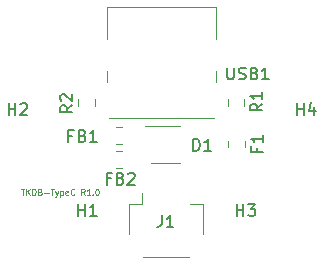
<source format=gbr>
G04 #@! TF.GenerationSoftware,KiCad,Pcbnew,(5.1.4)-1*
G04 #@! TF.CreationDate,2021-01-29T12:05:25-05:00*
G04 #@! TF.ProjectId,TKD_DBTypeC_r1,544b445f-4442-4547-9970-65435f72312e,rev?*
G04 #@! TF.SameCoordinates,Original*
G04 #@! TF.FileFunction,Legend,Top*
G04 #@! TF.FilePolarity,Positive*
%FSLAX46Y46*%
G04 Gerber Fmt 4.6, Leading zero omitted, Abs format (unit mm)*
G04 Created by KiCad (PCBNEW (5.1.4)-1) date 2021-01-29 12:05:25*
%MOMM*%
%LPD*%
G04 APERTURE LIST*
%ADD10C,0.100000*%
%ADD11C,0.120000*%
%ADD12C,0.150000*%
G04 APERTURE END LIST*
D10*
X54090476Y-68026190D02*
X54376190Y-68026190D01*
X54233333Y-68526190D02*
X54233333Y-68026190D01*
X54542857Y-68526190D02*
X54542857Y-68026190D01*
X54828571Y-68526190D02*
X54614285Y-68240476D01*
X54828571Y-68026190D02*
X54542857Y-68311904D01*
X55042857Y-68526190D02*
X55042857Y-68026190D01*
X55161904Y-68026190D01*
X55233333Y-68050000D01*
X55280952Y-68097619D01*
X55304761Y-68145238D01*
X55328571Y-68240476D01*
X55328571Y-68311904D01*
X55304761Y-68407142D01*
X55280952Y-68454761D01*
X55233333Y-68502380D01*
X55161904Y-68526190D01*
X55042857Y-68526190D01*
X55709523Y-68264285D02*
X55780952Y-68288095D01*
X55804761Y-68311904D01*
X55828571Y-68359523D01*
X55828571Y-68430952D01*
X55804761Y-68478571D01*
X55780952Y-68502380D01*
X55733333Y-68526190D01*
X55542857Y-68526190D01*
X55542857Y-68026190D01*
X55709523Y-68026190D01*
X55757142Y-68050000D01*
X55780952Y-68073809D01*
X55804761Y-68121428D01*
X55804761Y-68169047D01*
X55780952Y-68216666D01*
X55757142Y-68240476D01*
X55709523Y-68264285D01*
X55542857Y-68264285D01*
X56042857Y-68335714D02*
X56423809Y-68335714D01*
X56590476Y-68026190D02*
X56876190Y-68026190D01*
X56733333Y-68526190D02*
X56733333Y-68026190D01*
X56995238Y-68192857D02*
X57114285Y-68526190D01*
X57233333Y-68192857D02*
X57114285Y-68526190D01*
X57066666Y-68645238D01*
X57042857Y-68669047D01*
X56995238Y-68692857D01*
X57423809Y-68192857D02*
X57423809Y-68692857D01*
X57423809Y-68216666D02*
X57471428Y-68192857D01*
X57566666Y-68192857D01*
X57614285Y-68216666D01*
X57638095Y-68240476D01*
X57661904Y-68288095D01*
X57661904Y-68430952D01*
X57638095Y-68478571D01*
X57614285Y-68502380D01*
X57566666Y-68526190D01*
X57471428Y-68526190D01*
X57423809Y-68502380D01*
X58066666Y-68502380D02*
X58019047Y-68526190D01*
X57923809Y-68526190D01*
X57876190Y-68502380D01*
X57852380Y-68454761D01*
X57852380Y-68264285D01*
X57876190Y-68216666D01*
X57923809Y-68192857D01*
X58019047Y-68192857D01*
X58066666Y-68216666D01*
X58090476Y-68264285D01*
X58090476Y-68311904D01*
X57852380Y-68359523D01*
X58590476Y-68478571D02*
X58566666Y-68502380D01*
X58495238Y-68526190D01*
X58447619Y-68526190D01*
X58376190Y-68502380D01*
X58328571Y-68454761D01*
X58304761Y-68407142D01*
X58280952Y-68311904D01*
X58280952Y-68240476D01*
X58304761Y-68145238D01*
X58328571Y-68097619D01*
X58376190Y-68050000D01*
X58447619Y-68026190D01*
X58495238Y-68026190D01*
X58566666Y-68050000D01*
X58590476Y-68073809D01*
X59471428Y-68526190D02*
X59304761Y-68288095D01*
X59185714Y-68526190D02*
X59185714Y-68026190D01*
X59376190Y-68026190D01*
X59423809Y-68050000D01*
X59447619Y-68073809D01*
X59471428Y-68121428D01*
X59471428Y-68192857D01*
X59447619Y-68240476D01*
X59423809Y-68264285D01*
X59376190Y-68288095D01*
X59185714Y-68288095D01*
X59947619Y-68526190D02*
X59661904Y-68526190D01*
X59804761Y-68526190D02*
X59804761Y-68026190D01*
X59757142Y-68097619D01*
X59709523Y-68145238D01*
X59661904Y-68169047D01*
X60161904Y-68478571D02*
X60185714Y-68502380D01*
X60161904Y-68526190D01*
X60138095Y-68502380D01*
X60161904Y-68478571D01*
X60161904Y-68526190D01*
X60495238Y-68026190D02*
X60542857Y-68026190D01*
X60590476Y-68050000D01*
X60614285Y-68073809D01*
X60638095Y-68121428D01*
X60661904Y-68216666D01*
X60661904Y-68335714D01*
X60638095Y-68430952D01*
X60614285Y-68478571D01*
X60590476Y-68502380D01*
X60542857Y-68526190D01*
X60495238Y-68526190D01*
X60447619Y-68502380D01*
X60423809Y-68478571D01*
X60400000Y-68430952D01*
X60376190Y-68335714D01*
X60376190Y-68216666D01*
X60400000Y-68121428D01*
X60423809Y-68073809D01*
X60447619Y-68050000D01*
X60495238Y-68026190D01*
D11*
X70565480Y-58933433D02*
X70565480Y-58033433D01*
X61375480Y-58933433D02*
X61375480Y-58033433D01*
X70565480Y-55333433D02*
X70565480Y-52603433D01*
X61375480Y-55333433D02*
X61375480Y-52603433D01*
X70445480Y-62013433D02*
X61495480Y-62013433D01*
X70565480Y-52603433D02*
X61375480Y-52603433D01*
X60355480Y-60969511D02*
X60355480Y-60452355D01*
X58935480Y-60969511D02*
X58935480Y-60452355D01*
X71585480Y-60447355D02*
X71585480Y-60964511D01*
X73005480Y-60447355D02*
X73005480Y-60964511D01*
X64435480Y-73788433D02*
X68315480Y-73788433D01*
X69485480Y-69318433D02*
X68435480Y-69318433D01*
X69485480Y-71818433D02*
X69485480Y-69318433D01*
X64315480Y-69318433D02*
X64315480Y-68328433D01*
X63265480Y-69318433D02*
X64315480Y-69318433D01*
X63265480Y-71818433D02*
X63265480Y-69318433D01*
X62119402Y-66273433D02*
X62636558Y-66273433D01*
X62119402Y-64853433D02*
X62636558Y-64853433D01*
X62651558Y-62783433D02*
X62134402Y-62783433D01*
X62651558Y-64203433D02*
X62134402Y-64203433D01*
X73015480Y-64464511D02*
X73015480Y-63947355D01*
X71595480Y-64464511D02*
X71595480Y-63947355D01*
X67525480Y-62723433D02*
X64575480Y-62723433D01*
X65125480Y-65823433D02*
X67525480Y-65823433D01*
D12*
X77438095Y-61752380D02*
X77438095Y-60752380D01*
X77438095Y-61228571D02*
X78009523Y-61228571D01*
X78009523Y-61752380D02*
X78009523Y-60752380D01*
X78914285Y-61085714D02*
X78914285Y-61752380D01*
X78676190Y-60704761D02*
X78438095Y-61419047D01*
X79057142Y-61419047D01*
X72338095Y-70302380D02*
X72338095Y-69302380D01*
X72338095Y-69778571D02*
X72909523Y-69778571D01*
X72909523Y-70302380D02*
X72909523Y-69302380D01*
X73290476Y-69302380D02*
X73909523Y-69302380D01*
X73576190Y-69683333D01*
X73719047Y-69683333D01*
X73814285Y-69730952D01*
X73861904Y-69778571D01*
X73909523Y-69873809D01*
X73909523Y-70111904D01*
X73861904Y-70207142D01*
X73814285Y-70254761D01*
X73719047Y-70302380D01*
X73433333Y-70302380D01*
X73338095Y-70254761D01*
X73290476Y-70207142D01*
X53038095Y-61752380D02*
X53038095Y-60752380D01*
X53038095Y-61228571D02*
X53609523Y-61228571D01*
X53609523Y-61752380D02*
X53609523Y-60752380D01*
X54038095Y-60847619D02*
X54085714Y-60800000D01*
X54180952Y-60752380D01*
X54419047Y-60752380D01*
X54514285Y-60800000D01*
X54561904Y-60847619D01*
X54609523Y-60942857D01*
X54609523Y-61038095D01*
X54561904Y-61180952D01*
X53990476Y-61752380D01*
X54609523Y-61752380D01*
X58938095Y-70302380D02*
X58938095Y-69302380D01*
X58938095Y-69778571D02*
X59509523Y-69778571D01*
X59509523Y-70302380D02*
X59509523Y-69302380D01*
X60509523Y-70302380D02*
X59938095Y-70302380D01*
X60223809Y-70302380D02*
X60223809Y-69302380D01*
X60128571Y-69445238D01*
X60033333Y-69540476D01*
X59938095Y-69588095D01*
X71527384Y-57745813D02*
X71527384Y-58555337D01*
X71575003Y-58650575D01*
X71622622Y-58698194D01*
X71717860Y-58745813D01*
X71908337Y-58745813D01*
X72003575Y-58698194D01*
X72051194Y-58650575D01*
X72098813Y-58555337D01*
X72098813Y-57745813D01*
X72527384Y-58698194D02*
X72670241Y-58745813D01*
X72908337Y-58745813D01*
X73003575Y-58698194D01*
X73051194Y-58650575D01*
X73098813Y-58555337D01*
X73098813Y-58460099D01*
X73051194Y-58364861D01*
X73003575Y-58317242D01*
X72908337Y-58269623D01*
X72717860Y-58222004D01*
X72622622Y-58174385D01*
X72575003Y-58126766D01*
X72527384Y-58031528D01*
X72527384Y-57936290D01*
X72575003Y-57841052D01*
X72622622Y-57793433D01*
X72717860Y-57745813D01*
X72955956Y-57745813D01*
X73098813Y-57793433D01*
X73860718Y-58222004D02*
X74003575Y-58269623D01*
X74051194Y-58317242D01*
X74098813Y-58412480D01*
X74098813Y-58555337D01*
X74051194Y-58650575D01*
X74003575Y-58698194D01*
X73908337Y-58745813D01*
X73527384Y-58745813D01*
X73527384Y-57745813D01*
X73860718Y-57745813D01*
X73955956Y-57793433D01*
X74003575Y-57841052D01*
X74051194Y-57936290D01*
X74051194Y-58031528D01*
X74003575Y-58126766D01*
X73955956Y-58174385D01*
X73860718Y-58222004D01*
X73527384Y-58222004D01*
X75051194Y-58745813D02*
X74479765Y-58745813D01*
X74765480Y-58745813D02*
X74765480Y-57745813D01*
X74670241Y-57888671D01*
X74575003Y-57983909D01*
X74479765Y-58031528D01*
X58417860Y-60950099D02*
X57941670Y-61283433D01*
X58417860Y-61521528D02*
X57417860Y-61521528D01*
X57417860Y-61140575D01*
X57465480Y-61045337D01*
X57513099Y-60997718D01*
X57608337Y-60950099D01*
X57751194Y-60950099D01*
X57846432Y-60997718D01*
X57894051Y-61045337D01*
X57941670Y-61140575D01*
X57941670Y-61521528D01*
X57513099Y-60569147D02*
X57465480Y-60521528D01*
X57417860Y-60426290D01*
X57417860Y-60188194D01*
X57465480Y-60092956D01*
X57513099Y-60045337D01*
X57608337Y-59997718D01*
X57703575Y-59997718D01*
X57846432Y-60045337D01*
X58417860Y-60616766D01*
X58417860Y-59997718D01*
X74507860Y-60810099D02*
X74031670Y-61143433D01*
X74507860Y-61381528D02*
X73507860Y-61381528D01*
X73507860Y-61000575D01*
X73555480Y-60905337D01*
X73603099Y-60857718D01*
X73698337Y-60810099D01*
X73841194Y-60810099D01*
X73936432Y-60857718D01*
X73984051Y-60905337D01*
X74031670Y-61000575D01*
X74031670Y-61381528D01*
X74507860Y-59857718D02*
X74507860Y-60429147D01*
X74507860Y-60143433D02*
X73507860Y-60143433D01*
X73650718Y-60238671D01*
X73745956Y-60333909D01*
X73793575Y-60429147D01*
X65992146Y-70252380D02*
X65992146Y-70966666D01*
X65944527Y-71109523D01*
X65849289Y-71204761D01*
X65706432Y-71252380D01*
X65611194Y-71252380D01*
X66992146Y-71252380D02*
X66420718Y-71252380D01*
X66706432Y-71252380D02*
X66706432Y-70252380D01*
X66611194Y-70395238D01*
X66515956Y-70490476D01*
X66420718Y-70538095D01*
X61666666Y-67128571D02*
X61333333Y-67128571D01*
X61333333Y-67652380D02*
X61333333Y-66652380D01*
X61809523Y-66652380D01*
X62523809Y-67128571D02*
X62666666Y-67176190D01*
X62714285Y-67223809D01*
X62761904Y-67319047D01*
X62761904Y-67461904D01*
X62714285Y-67557142D01*
X62666666Y-67604761D01*
X62571428Y-67652380D01*
X62190476Y-67652380D01*
X62190476Y-66652380D01*
X62523809Y-66652380D01*
X62619047Y-66700000D01*
X62666666Y-66747619D01*
X62714285Y-66842857D01*
X62714285Y-66938095D01*
X62666666Y-67033333D01*
X62619047Y-67080952D01*
X62523809Y-67128571D01*
X62190476Y-67128571D01*
X63142857Y-66747619D02*
X63190476Y-66700000D01*
X63285714Y-66652380D01*
X63523809Y-66652380D01*
X63619047Y-66700000D01*
X63666666Y-66747619D01*
X63714285Y-66842857D01*
X63714285Y-66938095D01*
X63666666Y-67080952D01*
X63095238Y-67652380D01*
X63714285Y-67652380D01*
X58437146Y-63522004D02*
X58103813Y-63522004D01*
X58103813Y-64045813D02*
X58103813Y-63045813D01*
X58580003Y-63045813D01*
X59294289Y-63522004D02*
X59437146Y-63569623D01*
X59484765Y-63617242D01*
X59532384Y-63712480D01*
X59532384Y-63855337D01*
X59484765Y-63950575D01*
X59437146Y-63998194D01*
X59341908Y-64045813D01*
X58960956Y-64045813D01*
X58960956Y-63045813D01*
X59294289Y-63045813D01*
X59389527Y-63093433D01*
X59437146Y-63141052D01*
X59484765Y-63236290D01*
X59484765Y-63331528D01*
X59437146Y-63426766D01*
X59389527Y-63474385D01*
X59294289Y-63522004D01*
X58960956Y-63522004D01*
X60484765Y-64045813D02*
X59913337Y-64045813D01*
X60199051Y-64045813D02*
X60199051Y-63045813D01*
X60103813Y-63188671D01*
X60008575Y-63283909D01*
X59913337Y-63331528D01*
X74028571Y-64533333D02*
X74028571Y-64866666D01*
X74552380Y-64866666D02*
X73552380Y-64866666D01*
X73552380Y-64390476D01*
X74552380Y-63485714D02*
X74552380Y-64057142D01*
X74552380Y-63771428D02*
X73552380Y-63771428D01*
X73695238Y-63866666D01*
X73790476Y-63961904D01*
X73838095Y-64057142D01*
X68667384Y-64785813D02*
X68667384Y-63785813D01*
X68905480Y-63785813D01*
X69048337Y-63833433D01*
X69143575Y-63928671D01*
X69191194Y-64023909D01*
X69238813Y-64214385D01*
X69238813Y-64357242D01*
X69191194Y-64547718D01*
X69143575Y-64642956D01*
X69048337Y-64738194D01*
X68905480Y-64785813D01*
X68667384Y-64785813D01*
X70191194Y-64785813D02*
X69619765Y-64785813D01*
X69905480Y-64785813D02*
X69905480Y-63785813D01*
X69810241Y-63928671D01*
X69715003Y-64023909D01*
X69619765Y-64071528D01*
M02*

</source>
